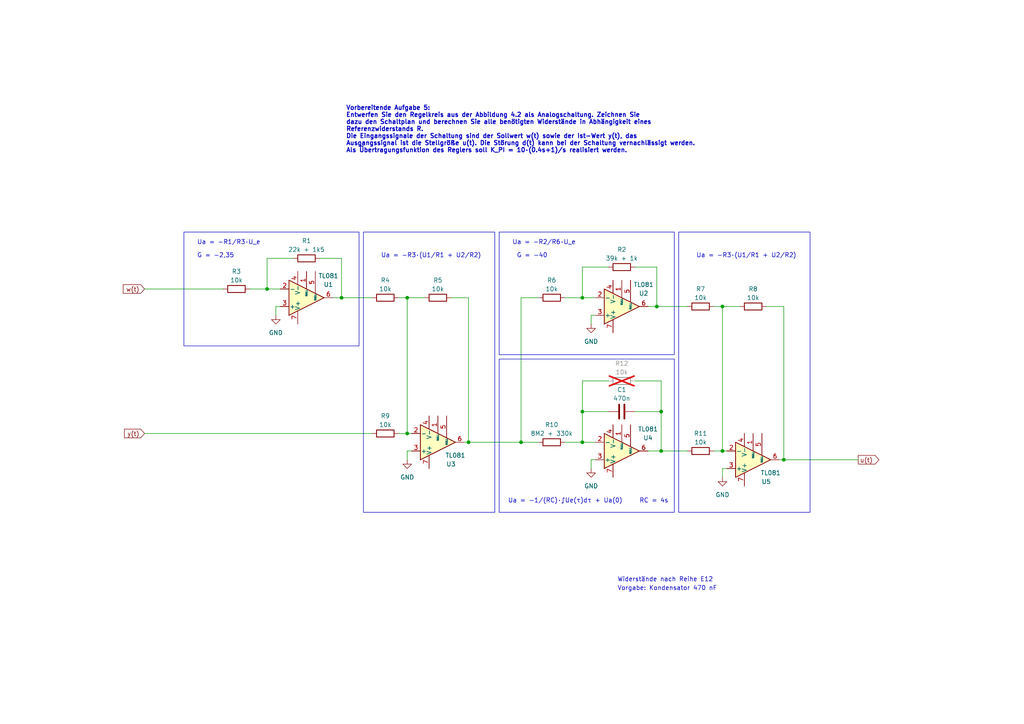
<source format=kicad_sch>
(kicad_sch (version 20230121) (generator eeschema)
  (paper "A4")
  (title_block (title "ERT-Praktikum - Aufgabe 5: PI-Regler") (date "2023-07-12") (rev "1") (company "Universität Ulm"))
  (lib_symbols
    (symbol "Amplifier_Operational:TL081" (pin_names (offset 0.127))
      (property "Reference" "U" (at 0 6.35 0))
      (property "Value" "TL081" (at 0 3.81 0))
      (symbol "TL081_0_1"
        (polyline (pts (xy -5.08 5.08) (xy 5.08 0) (xy -5.08 -5.08) (xy -5.08 5.08)) (stroke (width 0.254)) (fill (type background)))
      )
      (symbol "TL081_1_1"
        (pin input line (at 0 -7.62 90) (length 5.08) (name "NULL") (number "1"))
        (pin input line (at -7.62 -2.54 0) (length 2.54) (name "-") (number "2"))
        (pin input line (at -7.62 2.54 0) (length 2.54) (name "+") (number "3"))
        (pin power_in line (at -2.54 -7.62 90) (length 3.81) (name "V-") (number "4"))
        (pin input line (at 2.54 -7.62 90) (length 6.35) (name "NULL") (number "5"))
        (pin output line (at 7.62 0 180) (length 2.54) (name "~") (number "6"))
        (pin power_in line (at -2.54 7.62 270) (length 3.81) (name "V+") (number "7"))
        (pin no_connect line (at 0 2.54 270) (length 2.54) hide (name "NC") (number "8"))
      )
    )
    (symbol "Device:C" (pin_numbers hide) (pin_names (offset 0.254))
      (property "Reference" "C" (at 0.635 2.54 0))
      (property "Value" "C" (at 0.635 -2.54 0))
      (symbol "C_0_1"
        (polyline (pts (xy -2.032 -0.762) (xy 2.032 -0.762)) (stroke (width 0.508)))
        (polyline (pts (xy -2.032 0.762) (xy 2.032 0.762)) (stroke (width 0.508)))
      )
      (symbol "C_1_1"
        (pin passive line (at 0 3.81 270) (length 2.794) (name "~") (number "1"))
        (pin passive line (at 0 -3.81 90) (length 2.794) (name "~") (number "2"))
      )
    )
    (symbol "Device:R" (pin_numbers hide) (pin_names (offset 0))
      (property "Reference" "R" (at 2.032 0 90))
      (property "Value" "R" (at 0 0 90))
      (symbol "R_0_1"
        (rectangle (start -1.016 -2.54) (end 1.016 2.54) (stroke (width 0.254)))
      )
      (symbol "R_1_1"
        (pin passive line (at 0 3.81 270) (length 1.27) (name "~") (number "1"))
        (pin passive line (at 0 -3.81 90) (length 1.27) (name "~") (number "2"))
      )
    )
    (symbol "power:GND" (power) (pin_names (offset 0))
      (property "Value" "GND" (at 0 -3.81 0))
      (symbol "GND_0_1"
        (polyline (pts (xy 0 0) (xy 0 -1.27) (xy 1.27 -1.27) (xy 0 -2.54) (xy -1.27 -1.27) (xy 0 -1.27)))
      )
      (symbol "GND_1_1"
        (pin power_in line (at 0 0 270) (length 0) hide (name "GND") (number "1"))
      )
    )
  )
  (junction (at 191.77 119.38))
  (junction (at 77.47 83.82))
  (junction (at 209.55 88.9))
  (junction (at 209.55 130.81))
  (junction (at 135.89 128.27))
  (junction (at 227.33 133.35))
  (junction (at 190.5 88.9))
  (junction (at 168.91 86.36))
  (junction (at 99.06 86.36))
  (junction (at 191.77 130.81))
  (junction (at 118.11 86.36))
  (junction (at 168.91 128.27))
  (junction (at 151.13 128.27))
  (junction (at 168.91 119.38))
  (junction (at 118.11 125.73))
  (wire (pts (xy 172.72 91.44) (xy 171.45 91.44)))
  (wire (pts (xy 118.11 133.35) (xy 118.11 130.81)))
  (wire (pts (xy 99.06 74.93) (xy 99.06 86.36)))
  (wire (pts (xy 168.91 119.38) (xy 176.53 119.38)))
  (wire (pts (xy 176.53 110.49) (xy 168.91 110.49)))
  (wire (pts (xy 135.89 128.27) (xy 151.13 128.27)))
  (wire (pts (xy 190.5 88.9) (xy 187.96 88.9)))
  (wire (pts (xy 172.72 133.35) (xy 171.45 133.35)))
  (wire (pts (xy 168.91 128.27) (xy 168.91 119.38)))
  (wire (pts (xy 207.01 88.9) (xy 209.55 88.9)))
  (wire (pts (xy 115.57 86.36) (xy 118.11 86.36)))
  (wire (pts (xy 118.11 125.73) (xy 119.38 125.73)))
  (wire (pts (xy 81.28 88.9) (xy 80.01 88.9)))
  (wire (pts (xy 135.89 128.27) (xy 134.62 128.27)))
  (wire (pts (xy 163.83 128.27) (xy 168.91 128.27)))
  (wire (pts (xy 227.33 133.35) (xy 226.06 133.35)))
  (wire (pts (xy 207.01 130.81) (xy 209.55 130.81)))
  (wire (pts (xy 72.39 83.82) (xy 77.47 83.82)))
  (wire (pts (xy 209.55 88.9) (xy 214.63 88.9)))
  (wire (pts (xy 191.77 119.38) (xy 191.77 130.81)))
  (wire (pts (xy 227.33 88.9) (xy 227.33 133.35)))
  (wire (pts (xy 168.91 128.27) (xy 172.72 128.27)))
  (wire (pts (xy 77.47 83.82) (xy 81.28 83.82)))
  (wire (pts (xy 209.55 135.89) (xy 210.82 135.89)))
  (wire (pts (xy 77.47 74.93) (xy 77.47 83.82)))
  (wire (pts (xy 191.77 110.49) (xy 191.77 119.38)))
  (wire (pts (xy 135.89 86.36) (xy 135.89 128.27)))
  (wire (pts (xy 168.91 110.49) (xy 168.91 119.38)))
  (wire (pts (xy 227.33 133.35) (xy 248.92 133.35)))
  (wire (pts (xy 115.57 125.73) (xy 118.11 125.73)))
  (wire (pts (xy 168.91 77.47) (xy 168.91 86.36)))
  (wire (pts (xy 176.53 77.47) (xy 168.91 77.47)))
  (wire (pts (xy 171.45 133.35) (xy 171.45 135.89)))
  (wire (pts (xy 151.13 86.36) (xy 151.13 128.27)))
  (wire (pts (xy 163.83 86.36) (xy 168.91 86.36)))
  (wire (pts (xy 151.13 128.27) (xy 156.21 128.27)))
  (wire (pts (xy 130.81 86.36) (xy 135.89 86.36)))
  (wire (pts (xy 184.15 110.49) (xy 191.77 110.49)))
  (wire (pts (xy 187.96 130.81) (xy 191.77 130.81)))
  (wire (pts (xy 118.11 86.36) (xy 118.11 125.73)))
  (wire (pts (xy 118.11 86.36) (xy 123.19 86.36)))
  (wire (pts (xy 156.21 86.36) (xy 151.13 86.36)))
  (wire (pts (xy 191.77 130.81) (xy 199.39 130.81)))
  (wire (pts (xy 41.91 125.73) (xy 107.95 125.73)))
  (wire (pts (xy 222.25 88.9) (xy 227.33 88.9)))
  (wire (pts (xy 118.11 130.81) (xy 119.38 130.81)))
  (wire (pts (xy 190.5 77.47) (xy 190.5 88.9)))
  (wire (pts (xy 209.55 130.81) (xy 210.82 130.81)))
  (wire (pts (xy 171.45 91.44) (xy 171.45 93.98)))
  (wire (pts (xy 184.15 119.38) (xy 191.77 119.38)))
  (wire (pts (xy 41.91 83.82) (xy 64.77 83.82)))
  (wire (pts (xy 184.15 77.47) (xy 190.5 77.47)))
  (wire (pts (xy 190.5 88.9) (xy 199.39 88.9)))
  (wire (pts (xy 99.06 86.36) (xy 96.52 86.36)))
  (wire (pts (xy 168.91 86.36) (xy 172.72 86.36)))
  (wire (pts (xy 92.71 74.93) (xy 99.06 74.93)))
  (wire (pts (xy 209.55 88.9) (xy 209.55 130.81)))
  (wire (pts (xy 85.09 74.93) (xy 77.47 74.93)))
  (wire (pts (xy 80.01 88.9) (xy 80.01 91.44)))
  (wire (pts (xy 209.55 138.43) (xy 209.55 135.89)))
  (wire (pts (xy 99.06 86.36) (xy 107.95 86.36)))
  (rectangle (start 144.78 67.31) (end 195.58 102.87))
  (rectangle (start 53.34 67.31) (end 104.14 100.33))
  (rectangle (start 144.78 104.14) (end 195.58 148.59))
  (rectangle (start 105.41 67.31) (end 143.51 148.59))
  (rectangle (start 196.85 67.31) (end 234.95 148.59))
  (text "Vorgabe: Kondensator 470 nF " (at 179.07 171.45 0) (effects (font (size 1.27 1.27)) (justify left bottom)))
  (text "Ua = -R2/R6·U_e" (at 148.59 71.12 0) (effects (font (size 1.27 1.27)) (justify left bottom)))
  (text "RC = 4s" (at 185.42 146.05 0) (effects (font (size 1.27 1.27)) (justify left bottom)))
  (text "Ua = -1/(RC)·∫Ue(τ)dτ + Ua(0)" (at 147.32 146.05 0) (effects (font (size 1.27 1.27)) (justify left bottom)))
  (text "Widerstände nach Reihe E12" (at 179.07 168.91 0) (effects (font (size 1.27 1.27)) (justify left bottom)))
  (text "G = -2,35" (at 57.15 74.93 0) (effects (font (size 1.27 1.27)) (justify left bottom)))
  (text "G = -40" (at 149.86 74.93 0) (effects (font (size 1.27 1.27)) (justify left bottom)))
  (text "Ua = -R1/R3·U_e" (at 57.15 71.12 0) (effects (font (size 1.27 1.27)) (justify left bottom)))
  (text "Vorbereitende Aufgabe 5:\nEntwerfen Sie den Regelkreis aus der Abbildung 4.2 als Analogschaltung. Zeichnen Sie\ndazu den Schaltplan und berechnen Sie alle benötigten Widerstände in Abhängigkeit eines\nReferenzwiderstands R.\nDie Eingangssignale der Schaltung sind der Sollwert w(t) sowie der Ist-Wert y(t), das\nAusgangssignal ist die Stellgröße u(t). Die Störung d(t) kann bei der Schaltung vernachlässigt werden. \nAls Übertragungsfunktion des Reglers soll K_PI = 10·(0.4s+1)/s realisiert werden." (at 100.33 44.45 0) (effects (font (size 1.27 1.27) (thickness 0.254) bold) (justify left bottom)))
  (text "Ua = -R3·(U1/R1 + U2/R2)" (at 201.93 74.93 0) (effects (font (size 1.27 1.27)) (justify left bottom)))
  (text "Ua = -R3·(U1/R1 + U2/R2)" (at 110.49 74.93 0) (effects (font (size 1.27 1.27)) (justify left bottom)))
  (global_label "u(t)" (shape output) (at 248.92 133.35 0) (property "Intersheetrefs" "${INTERSHEET_REFS}" (effects hide)))
  (global_label "w(t)" (shape input) (at 41.91 83.82 180) (property "Intersheetrefs" "${INTERSHEET_REFS}" (effects hide)))
  (global_label "y(t)" (shape input) (at 41.91 125.73 180) (property "Intersheetrefs" "${INTERSHEET_REFS}" (effects hide)))
  (symbol (lib_id "power:GND") (at 118.11 133.35 0) (unit 1)
    (property "Reference" "#PWR03" (effects hide))
    (property "Value" "GND" (at 118.11 138.43 0))
  )
  (symbol (lib_id "Device:R") (at 111.76 125.73 90) (unit 1)
    (property "Reference" "R9" (at 111.76 120.65 90))
    (property "Value" "10k" (at 111.76 123.19 90))
  )
  (symbol (lib_id "Device:R") (at 160.02 128.27 90) (unit 1)
    (property "Reference" "R10" (at 160.02 123.19 90))
    (property "Value" "8M2 + 330k" (at 160.02 125.73 90))
  )
  (symbol (lib_id "Device:R") (at 127 86.36 90) (unit 1)
    (property "Reference" "R5" (at 127 81.28 90))
    (property "Value" "10k" (at 127 83.82 90))
  )
  (symbol (lib_id "power:GND") (at 171.45 135.89 0) (unit 1)
    (property "Reference" "#PWR04" (effects hide))
    (property "Value" "GND" (at 171.45 140.97 0))
  )
  (symbol (lib_id "power:GND") (at 171.45 93.98 0) (unit 1)
    (property "Reference" "#PWR02" (effects hide))
    (property "Value" "GND" (at 171.45 99.06 0))
  )
  (symbol (lib_id "Device:R") (at 180.34 110.49 90) (unit 1) (dnp yes)
    (property "Reference" "R12" (at 180.34 105.41 90))
    (property "Value" "10k" (at 180.34 107.95 90))
    (property "Sim.Enable" "0" (effects hide))
  )
  (symbol (lib_id "Device:R") (at 68.58 83.82 90) (unit 1)
    (property "Reference" "R3" (at 68.58 78.74 90))
    (property "Value" "10k" (at 68.58 81.28 90))
  )
  (symbol (lib_id "Device:R") (at 160.02 86.36 90) (unit 1)
    (property "Reference" "R6" (at 160.02 81.28 90))
    (property "Value" "10k" (at 160.02 83.82 90))
  )
  (symbol (lib_id "Device:R") (at 88.9 74.93 90) (unit 1)
    (property "Reference" "R1" (at 88.9 69.85 90))
    (property "Value" "22k + 1k5" (at 88.9 72.39 90))
  )
  (symbol (lib_id "Device:R") (at 203.2 130.81 90) (unit 1)
    (property "Reference" "R11" (at 203.2 125.73 90))
    (property "Value" "10k" (at 203.2 128.27 90))
  )
  (symbol (lib_id "Device:R") (at 180.34 77.47 90) (unit 1)
    (property "Reference" "R2" (at 180.34 72.39 90))
    (property "Value" "39k + 1k" (at 180.34 74.93 90))
  )
  (symbol (lib_id "power:GND") (at 80.01 91.44 0) (unit 1)
    (property "Reference" "#PWR01" (effects hide))
    (property "Value" "GND" (at 80.01 96.52 0))
  )
  (symbol (lib_id "Device:R") (at 111.76 86.36 90) (unit 1)
    (property "Reference" "R4" (at 111.76 81.28 90))
    (property "Value" "10k" (at 111.76 83.82 90))
  )
  (symbol (lib_id "Amplifier_Operational:TL081") (at 88.9 86.36 0) (mirror x) (unit 1)
    (property "Reference" "U1" (at 95.25 82.55 0))
    (property "Value" "TL081" (at 95.25 80.01 0))
    (property "Datasheet" "http://www.ti.com/lit/ds/symlink/tl081.pdf" (effects hide))
  )
  (symbol (lib_id "power:GND") (at 209.55 138.43 0) (unit 1)
    (property "Reference" "#PWR05" (effects hide))
    (property "Value" "GND" (at 209.55 143.51 0))
  )
  (symbol (lib_id "Amplifier_Operational:TL081") (at 180.34 88.9 0) (mirror x) (unit 1)
    (property "Reference" "U2" (at 186.69 85.09 0))
    (property "Value" "TL081" (at 186.69 82.55 0))
    (property "Datasheet" "http://www.ti.com/lit/ds/symlink/tl081.pdf" (effects hide))
  )
  (symbol (lib_id "Device:R") (at 203.2 88.9 90) (unit 1)
    (property "Reference" "R7" (at 203.2 83.82 90))
    (property "Value" "10k" (at 203.2 86.36 90))
  )
  (symbol (lib_id "Amplifier_Operational:TL081") (at 218.44 133.35 0) (mirror x) (unit 1)
    (property "Reference" "U5" (at 222.25 139.7 0))
    (property "Value" "TL081" (at 223.52 137.16 0))
    (property "Datasheet" "http://www.ti.com/lit/ds/symlink/tl081.pdf" (effects hide))
  )
  (symbol (lib_id "Amplifier_Operational:TL081") (at 127 128.27 0) (mirror x) (unit 1)
    (property "Reference" "U3" (at 130.81 134.62 0))
    (property "Value" "TL081" (at 132.08 132.08 0))
    (property "Datasheet" "http://www.ti.com/lit/ds/symlink/tl081.pdf" (effects hide))
  )
  (symbol (lib_id "Amplifier_Operational:TL081") (at 180.34 130.81 0) (mirror x) (unit 1)
    (property "Reference" "U4" (at 187.96 127 0))
    (property "Value" "TL081" (at 187.96 124.46 0))
    (property "Datasheet" "http://www.ti.com/lit/ds/symlink/tl081.pdf" (effects hide))
  )
  (symbol (lib_id "Device:C") (at 180.34 119.38 90) (unit 1)
    (property "Reference" "C1" (at 180.34 113.03 90))
    (property "Value" "470n" (at 180.34 115.57 90))
  )
  (symbol (lib_id "Device:R") (at 218.44 88.9 90) (unit 1)
    (property "Reference" "R8" (at 218.44 83.82 90))
    (property "Value" "10k" (at 218.44 86.36 90))
  )
)
</source>
